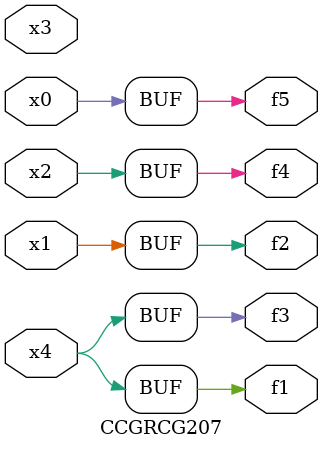
<source format=v>
module CCGRCG207(
	input x0, x1, x2, x3, x4,
	output f1, f2, f3, f4, f5
);
	assign f1 = x4;
	assign f2 = x1;
	assign f3 = x4;
	assign f4 = x2;
	assign f5 = x0;
endmodule

</source>
